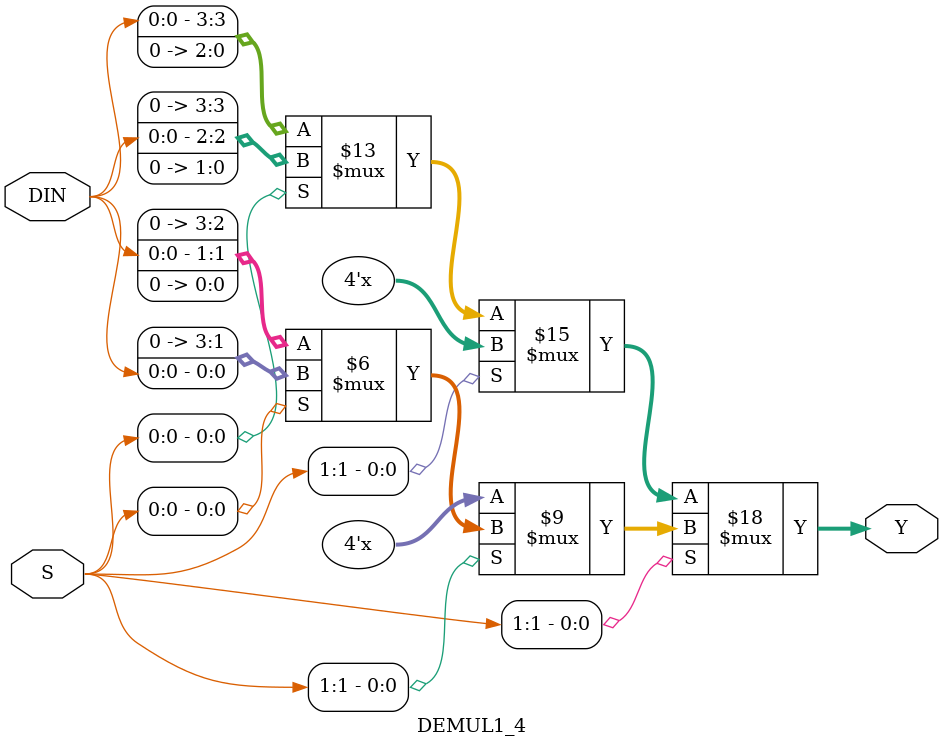
<source format=v>
module DEMUL1_4(DIN, S, Y);
    input DIN;
    input [1:0] S;
    output [3:0] Y;

    reg [3:0] Y;

    always @(DIN or S)
        if (S[1] == 1'b0)
            if (S[0] == 1'b0)
                Y = {DIN, 3'b000};
            else
                Y = {1'b0, DIN, 2'b00};
        else
            if (S[0] == 1'b0)
                Y = {2'b00, DIN, 1'b0};
            else
                Y = {3'b000, DIN};
endmodule
</source>
